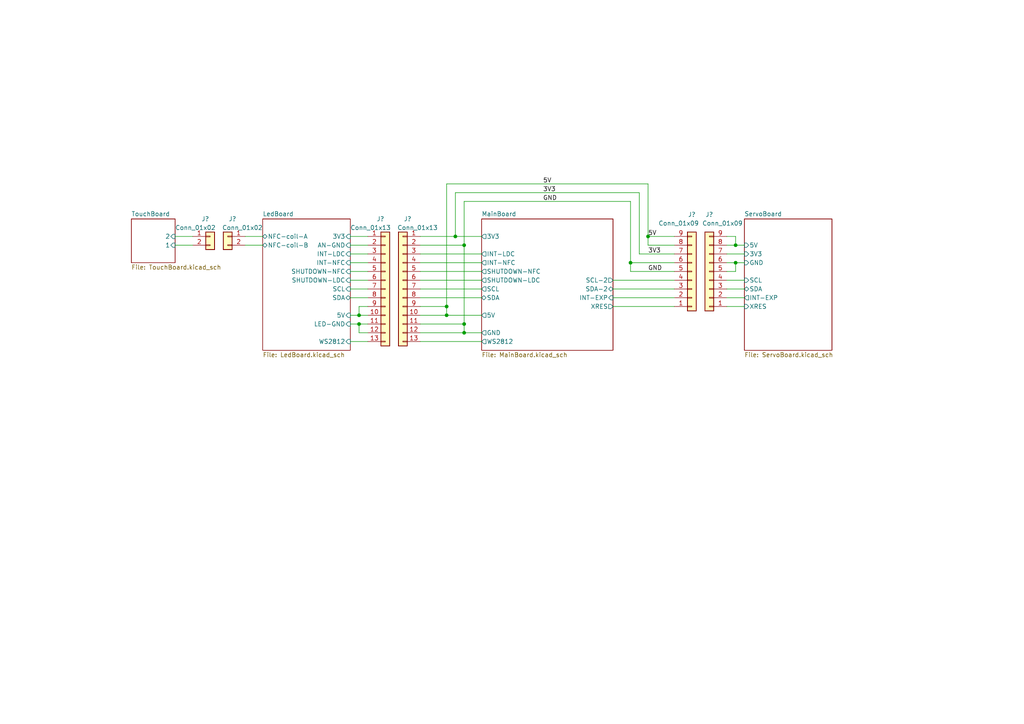
<source format=kicad_sch>
(kicad_sch (version 20211123) (generator eeschema)
  (paper "A4")
  (lib_symbols
    (symbol "Connector_Generic:Conn_01x02" (pin_names (offset 1.016) hide)
      (property "Reference" "J" (at 0 2.54 0))
      (property "Value" "Conn_01x02" (at 0 -5.08 0))
      (symbol "Conn_01x02_1_1"
        (rectangle (start -1.27 -2.413) (end 0 -2.667) (stroke (width 0.1524)))
        (rectangle (start -1.27 0.127) (end 0 -0.127) (stroke (width 0.1524)))
        (rectangle (start -1.27 1.27) (end 1.27 -3.81) (stroke (width 0.254)) (fill (type background)))
        (pin passive line (at -5.08 0 0) (length 3.81) (name "Pin_1") (number "1"))
        (pin passive line (at -5.08 -2.54 0) (length 3.81) (name "Pin_2") (number "2"))
      )
    )
    (symbol "Connector_Generic:Conn_01x09" (pin_names (offset 1.016) hide)
      (property "Reference" "J" (at 0 12.7 0))
      (property "Value" "Conn_01x09" (at 0 -12.7 0))
      (symbol "Conn_01x09_1_1"
        (rectangle (start -1.27 -10.033) (end 0 -10.287) (stroke (width 0.1524)))
        (rectangle (start -1.27 -7.493) (end 0 -7.747) (stroke (width 0.1524)))
        (rectangle (start -1.27 -4.953) (end 0 -5.207) (stroke (width 0.1524)))
        (rectangle (start -1.27 -2.413) (end 0 -2.667) (stroke (width 0.1524)))
        (rectangle (start -1.27 0.127) (end 0 -0.127) (stroke (width 0.1524)))
        (rectangle (start -1.27 2.667) (end 0 2.413) (stroke (width 0.1524)))
        (rectangle (start -1.27 5.207) (end 0 4.953) (stroke (width 0.1524)))
        (rectangle (start -1.27 7.747) (end 0 7.493) (stroke (width 0.1524)))
        (rectangle (start -1.27 10.287) (end 0 10.033) (stroke (width 0.1524)))
        (rectangle (start -1.27 11.43) (end 1.27 -11.43) (stroke (width 0.254)) (fill (type background)))
        (pin passive line (at -5.08 10.16 0) (length 3.81) (name "Pin_1") (number "1"))
        (pin passive line (at -5.08 7.62 0) (length 3.81) (name "Pin_2") (number "2"))
        (pin passive line (at -5.08 5.08 0) (length 3.81) (name "Pin_3") (number "3"))
        (pin passive line (at -5.08 2.54 0) (length 3.81) (name "Pin_4") (number "4"))
        (pin passive line (at -5.08 0 0) (length 3.81) (name "Pin_5") (number "5"))
        (pin passive line (at -5.08 -2.54 0) (length 3.81) (name "Pin_6") (number "6"))
        (pin passive line (at -5.08 -5.08 0) (length 3.81) (name "Pin_7") (number "7"))
        (pin passive line (at -5.08 -7.62 0) (length 3.81) (name "Pin_8") (number "8"))
        (pin passive line (at -5.08 -10.16 0) (length 3.81) (name "Pin_9") (number "9"))
      )
    )
    (symbol "Connector_Generic:Conn_01x13" (pin_names (offset 1.016) hide)
      (property "Reference" "J" (at 0 17.78 0))
      (property "Value" "Conn_01x13" (at 0 -17.78 0))
      (symbol "Conn_01x13_1_1"
        (rectangle (start -1.27 -15.113) (end 0 -15.367) (stroke (width 0.1524)))
        (rectangle (start -1.27 -12.573) (end 0 -12.827) (stroke (width 0.1524)))
        (rectangle (start -1.27 -10.033) (end 0 -10.287) (stroke (width 0.1524)))
        (rectangle (start -1.27 -7.493) (end 0 -7.747) (stroke (width 0.1524)))
        (rectangle (start -1.27 -4.953) (end 0 -5.207) (stroke (width 0.1524)))
        (rectangle (start -1.27 -2.413) (end 0 -2.667) (stroke (width 0.1524)))
        (rectangle (start -1.27 0.127) (end 0 -0.127) (stroke (width 0.1524)))
        (rectangle (start -1.27 2.667) (end 0 2.413) (stroke (width 0.1524)))
        (rectangle (start -1.27 5.207) (end 0 4.953) (stroke (width 0.1524)))
        (rectangle (start -1.27 7.747) (end 0 7.493) (stroke (width 0.1524)))
        (rectangle (start -1.27 10.287) (end 0 10.033) (stroke (width 0.1524)))
        (rectangle (start -1.27 12.827) (end 0 12.573) (stroke (width 0.1524)))
        (rectangle (start -1.27 15.367) (end 0 15.113) (stroke (width 0.1524)))
        (rectangle (start -1.27 16.51) (end 1.27 -16.51) (stroke (width 0.254)) (fill (type background)))
        (pin passive line (at -5.08 15.24 0) (length 3.81) (name "Pin_1") (number "1"))
        (pin passive line (at -5.08 -7.62 0) (length 3.81) (name "Pin_10") (number "10"))
        (pin passive line (at -5.08 -10.16 0) (length 3.81) (name "Pin_11") (number "11"))
        (pin passive line (at -5.08 -12.7 0) (length 3.81) (name "Pin_12") (number "12"))
        (pin passive line (at -5.08 -15.24 0) (length 3.81) (name "Pin_13") (number "13"))
        (pin passive line (at -5.08 12.7 0) (length 3.81) (name "Pin_2") (number "2"))
        (pin passive line (at -5.08 10.16 0) (length 3.81) (name "Pin_3") (number "3"))
        (pin passive line (at -5.08 7.62 0) (length 3.81) (name "Pin_4") (number "4"))
        (pin passive line (at -5.08 5.08 0) (length 3.81) (name "Pin_5") (number "5"))
        (pin passive line (at -5.08 2.54 0) (length 3.81) (name "Pin_6") (number "6"))
        (pin passive line (at -5.08 0 0) (length 3.81) (name "Pin_7") (number "7"))
        (pin passive line (at -5.08 -2.54 0) (length 3.81) (name "Pin_8") (number "8"))
        (pin passive line (at -5.08 -5.08 0) (length 3.81) (name "Pin_9") (number "9"))
      )
    )
  )
  (junction (at 129.54 91.44))
  (junction (at 213.36 76.2))
  (junction (at 134.62 93.98))
  (junction (at 129.54 88.9))
  (junction (at 132.08 68.58))
  (junction (at 182.88 76.2))
  (junction (at 134.62 96.52))
  (junction (at 187.96 68.58))
  (junction (at 213.36 71.12))
  (junction (at 104.14 91.44))
  (junction (at 104.14 93.98))
  (junction (at 134.62 71.12))
  (wire (pts (xy 213.36 71.12) (xy 215.9 71.12)))
  (wire (pts (xy 121.92 96.52) (xy 134.62 96.52)))
  (wire (pts (xy 101.6 76.2) (xy 106.68 76.2)))
  (wire (pts (xy 55.88 68.58) (xy 50.8 68.58)))
  (wire (pts (xy 106.68 88.9) (xy 104.14 88.9)))
  (wire (pts (xy 182.88 58.42) (xy 182.88 76.2)))
  (wire (pts (xy 182.88 76.2) (xy 195.58 76.2)))
  (wire (pts (xy 101.6 91.44) (xy 104.14 91.44)))
  (wire (pts (xy 185.42 73.66) (xy 195.58 73.66)))
  (wire (pts (xy 101.6 68.58) (xy 106.68 68.58)))
  (wire (pts (xy 134.62 71.12) (xy 134.62 93.98)))
  (wire (pts (xy 104.14 93.98) (xy 106.68 93.98)))
  (wire (pts (xy 187.96 68.58) (xy 195.58 68.58)))
  (wire (pts (xy 129.54 91.44) (xy 139.7 91.44)))
  (wire (pts (xy 182.88 78.74) (xy 195.58 78.74)))
  (wire (pts (xy 101.6 71.12) (xy 106.68 71.12)))
  (wire (pts (xy 187.96 71.12) (xy 195.58 71.12)))
  (wire (pts (xy 185.42 55.88) (xy 185.42 73.66)))
  (wire (pts (xy 134.62 71.12) (xy 134.62 58.42)))
  (wire (pts (xy 177.8 88.9) (xy 195.58 88.9)))
  (wire (pts (xy 134.62 96.52) (xy 139.7 96.52)))
  (wire (pts (xy 121.92 88.9) (xy 129.54 88.9)))
  (wire (pts (xy 101.6 86.36) (xy 106.68 86.36)))
  (wire (pts (xy 187.96 68.58) (xy 187.96 71.12)))
  (wire (pts (xy 139.7 99.06) (xy 121.92 99.06)))
  (wire (pts (xy 104.14 93.98) (xy 104.14 96.52)))
  (wire (pts (xy 139.7 86.36) (xy 121.92 86.36)))
  (wire (pts (xy 121.92 91.44) (xy 129.54 91.44)))
  (wire (pts (xy 210.82 73.66) (xy 215.9 73.66)))
  (wire (pts (xy 134.62 93.98) (xy 134.62 96.52)))
  (wire (pts (xy 210.82 68.58) (xy 213.36 68.58)))
  (wire (pts (xy 104.14 88.9) (xy 104.14 91.44)))
  (wire (pts (xy 187.96 53.34) (xy 129.54 53.34)))
  (wire (pts (xy 139.7 83.82) (xy 121.92 83.82)))
  (wire (pts (xy 101.6 83.82) (xy 106.68 83.82)))
  (wire (pts (xy 210.82 71.12) (xy 213.36 71.12)))
  (wire (pts (xy 210.82 76.2) (xy 213.36 76.2)))
  (wire (pts (xy 139.7 78.74) (xy 121.92 78.74)))
  (wire (pts (xy 213.36 76.2) (xy 215.9 76.2)))
  (wire (pts (xy 139.7 76.2) (xy 121.92 76.2)))
  (wire (pts (xy 132.08 68.58) (xy 132.08 55.88)))
  (wire (pts (xy 104.14 91.44) (xy 106.68 91.44)))
  (wire (pts (xy 71.12 68.58) (xy 76.2 68.58)))
  (wire (pts (xy 104.14 96.52) (xy 106.68 96.52)))
  (wire (pts (xy 101.6 81.28) (xy 106.68 81.28)))
  (wire (pts (xy 177.8 86.36) (xy 195.58 86.36)))
  (wire (pts (xy 177.8 83.82) (xy 195.58 83.82)))
  (wire (pts (xy 101.6 93.98) (xy 104.14 93.98)))
  (wire (pts (xy 132.08 55.88) (xy 185.42 55.88)))
  (wire (pts (xy 139.7 73.66) (xy 121.92 73.66)))
  (wire (pts (xy 129.54 91.44) (xy 129.54 88.9)))
  (wire (pts (xy 71.12 71.12) (xy 76.2 71.12)))
  (wire (pts (xy 177.8 81.28) (xy 195.58 81.28)))
  (wire (pts (xy 210.82 83.82) (xy 215.9 83.82)))
  (wire (pts (xy 121.92 71.12) (xy 134.62 71.12)))
  (wire (pts (xy 139.7 81.28) (xy 121.92 81.28)))
  (wire (pts (xy 129.54 88.9) (xy 129.54 53.34)))
  (wire (pts (xy 101.6 78.74) (xy 106.68 78.74)))
  (wire (pts (xy 210.82 86.36) (xy 215.9 86.36)))
  (wire (pts (xy 132.08 68.58) (xy 139.7 68.58)))
  (wire (pts (xy 132.08 68.58) (xy 121.92 68.58)))
  (wire (pts (xy 134.62 58.42) (xy 182.88 58.42)))
  (wire (pts (xy 210.82 78.74) (xy 213.36 78.74)))
  (wire (pts (xy 101.6 73.66) (xy 106.68 73.66)))
  (wire (pts (xy 210.82 81.28) (xy 215.9 81.28)))
  (wire (pts (xy 213.36 71.12) (xy 213.36 68.58)))
  (wire (pts (xy 213.36 78.74) (xy 213.36 76.2)))
  (wire (pts (xy 182.88 76.2) (xy 182.88 78.74)))
  (wire (pts (xy 187.96 68.58) (xy 187.96 53.34)))
  (wire (pts (xy 101.6 99.06) (xy 106.68 99.06)))
  (wire (pts (xy 55.88 71.12) (xy 50.8 71.12)))
  (wire (pts (xy 121.92 93.98) (xy 134.62 93.98)))
  (wire (pts (xy 210.82 88.9) (xy 215.9 88.9)))
  (label "3V3" (at 187.96 73.66 0))
  (label "3V3" (at 157.48 55.88 0))
  (label "5V" (at 157.48 53.34 0))
  (label "GND" (at 157.48 58.42 0))
  (label "5V" (at 187.96 68.58 0))
  (label "GND" (at 187.96 78.74 0))
  (symbol (lib_id "Connector_Generic:Conn_01x13") (at 111.76 83.82 0) (unit 1)
    (property "Reference" "J?" (at 109.22 63.5 0) (effects (justify left)))
    (property "Value" "Conn_01x13" (at 101.6 66.04 0) (effects (justify left)))
  )
  (symbol (lib_id "Connector_Generic:Conn_01x09") (at 200.66 78.74 0) (mirror x) (unit 1)
    (property "Reference" "J?" (at 200.66 62.23 0))
    (property "Value" "Conn_01x09" (at 196.85 64.77 0))
  )
  (symbol (lib_id "Connector_Generic:Conn_01x02") (at 66.04 68.58 0) (mirror y) (unit 1)
    (property "Reference" "J?" (at 68.58 63.5 0) (effects (justify left)))
    (property "Value" "Conn_01x02" (at 76.2 66.04 0) (effects (justify left)))
  )
  (symbol (lib_id "Connector_Generic:Conn_01x13") (at 116.84 83.82 0) (mirror y) (unit 1)
    (property "Reference" "J?" (at 119.38 63.5 0) (effects (justify left)))
    (property "Value" "Conn_01x13" (at 127 66.04 0) (effects (justify left)))
  )
  (symbol (lib_id "Connector_Generic:Conn_01x09") (at 205.74 78.74 180) (unit 1)
    (property "Reference" "J?" (at 205.74 62.23 0))
    (property "Value" "Conn_01x09" (at 209.55 64.77 0))
  )
  (symbol (lib_id "Connector_Generic:Conn_01x02") (at 60.96 68.58 0) (unit 1)
    (property "Reference" "J?" (at 58.42 63.5 0) (effects (justify left)))
    (property "Value" "Conn_01x02" (at 50.8 66.04 0) (effects (justify left)))
  )
  (sheet (at 38.1 63.5) (size 12.7 12.7) (stroke (width 0.1524))
    (property "Sheet name" "TouchBoard" (at 38.1 62.7884 0) (effects (justify left bottom)))
    (property "Sheet file" "TouchBoard.kicad_sch" (at 38.1 76.7846 0) (effects (justify left top)))
    (pin "1" input (at 50.8 71.12 0))
    (pin "2" input (at 50.8 68.58 0))
  )
  (sheet (at 76.2 63.5) (size 25.4 38.1) (stroke (width 0.1524))
    (property "Sheet name" "LedBoard" (at 76.2 62.7884 0) (effects (justify left bottom)))
    (property "Sheet file" "LedBoard.kicad_sch" (at 76.2 102.1846 0) (effects (justify left top)))
    (pin "AN-GND" input (at 101.6 71.12 0))
    (pin "NFC-coil-A" bidirectional (at 76.2 68.58 180))
    (pin "NFC-coil-B" bidirectional (at 76.2 71.12 180))
    (pin "INT-NFC" input (at 101.6 76.2 0))
    (pin "SCL" input (at 101.6 83.82 0))
    (pin "SDA" bidirectional (at 101.6 86.36 0))
    (pin "SHUTDOWN-NFC" input (at 101.6 78.74 0))
    (pin "3V3" input (at 101.6 68.58 0))
    (pin "5V" input (at 101.6 91.44 0))
    (pin "LED-GND" input (at 101.6 93.98 0))
    (pin "WS2812" input (at 101.6 99.06 0))
    (pin "SHUTDOWN-LDC" input (at 101.6 81.28 0))
    (pin "INT-LDC" input (at 101.6 73.66 0))
  )
  (sheet (at 139.7 63.5) (size 38.1 38.1) (stroke (width 0.1524))
    (property "Sheet name" "MainBoard" (at 139.7 62.7884 0) (effects (justify left bottom)))
    (property "Sheet file" "MainBoard.kicad_sch" (at 139.7 102.1846 0) (effects (justify left top)))
    (pin "GND" output (at 139.7 96.52 180))
    (pin "5V" output (at 139.7 91.44 180))
    (pin "3V3" output (at 139.7 68.58 180))
    (pin "SDA" bidirectional (at 139.7 86.36 180))
    (pin "SCL" output (at 139.7 83.82 180))
    (pin "SHUTDOWN-LDC" output (at 139.7 81.28 180))
    (pin "SHUTDOWN-NFC" output (at 139.7 78.74 180))
    (pin "INT-LDC" output (at 139.7 73.66 180))
    (pin "INT-NFC" output (at 139.7 76.2 180))
    (pin "WS2812" output (at 139.7 99.06 180))
    (pin "SCL-2" output (at 177.8 81.28 0))
    (pin "SDA-2" bidirectional (at 177.8 83.82 0))
    (pin "INT-EXP" input (at 177.8 86.36 0))
    (pin "XRES" output (at 177.8 88.9 0))
  )
  (sheet (at 215.9 63.5) (size 25.4 38.1) (stroke (width 0.1524))
    (property "Sheet name" "ServoBoard" (at 215.9 62.7884 0) (effects (justify left bottom)))
    (property "Sheet file" "ServoBoard.kicad_sch" (at 215.9 102.1846 0) (effects (justify left top)))
    (pin "3V3" input (at 215.9 73.66 180))
    (pin "SCL" input (at 215.9 81.28 180))
    (pin "SDA" bidirectional (at 215.9 83.82 180))
    (pin "GND" input (at 215.9 76.2 180))
    (pin "XRES" input (at 215.9 88.9 180))
    (pin "INT-EXP" output (at 215.9 86.36 180))
    (pin "5V" input (at 215.9 71.12 180))
  )
)
</source>
